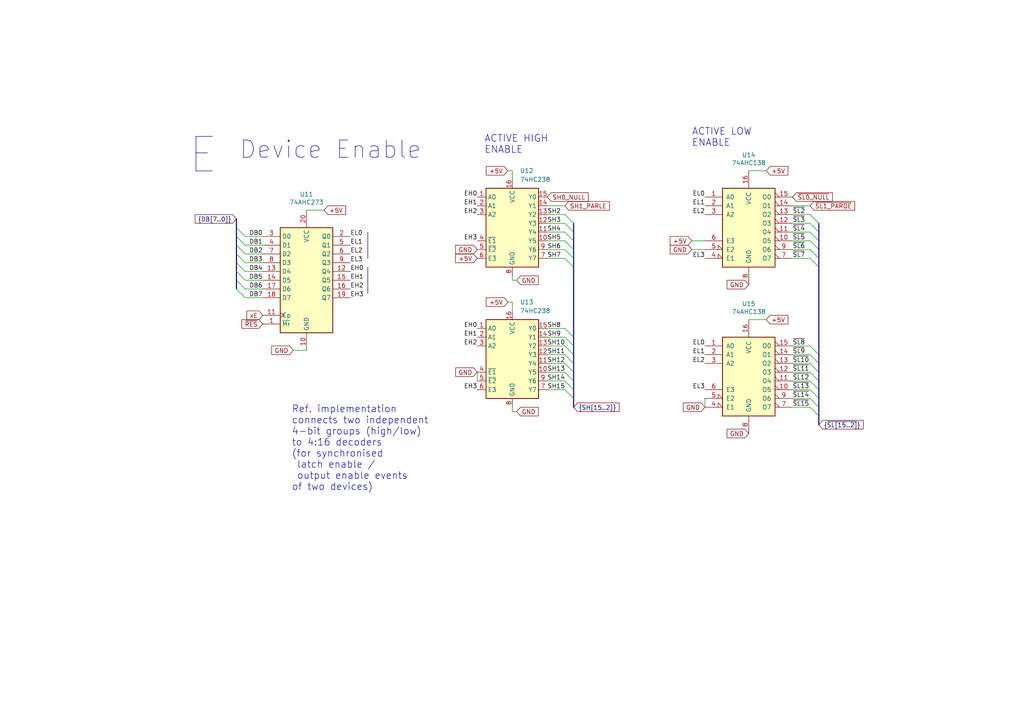
<source format=kicad_sch>
(kicad_sch (version 20231120) (generator "eeschema") (generator_version "8.0")
  (paper "A4")
  (title_block (title "Myth Microcontroller Project") (date "2024-09-19") (rev "1") (company "Picwok.com") (comment 1 "Project Contact: mim@ok-schalter.de (Michael)") (comment 2 "Author: Copyr. 2024 Michael Mangelsdorf/Dosflange@github") (comment 3 "Input-Output Module") (comment 4 "Enable Register"))
  (lib_symbols
    (symbol "74xx:74HC238"
      (property "Reference" "U" (at -7.62 13.97 0))
      (property "Value" "74HC238" (at 2.54 -11.43 0))
      (symbol "74HC238_0_1"
        (rectangle (start -7.62 12.7) (end 7.62 -10.16) (stroke (width 0.254)) (fill (type background)))
      )
      (symbol "74HC238_1_1"
        (pin input line (at -10.16 10.16 0) (length 2.54) (name "A0") (number "1"))
        (pin output line (at 10.16 -2.54 180) (length 2.54) (name "Y5") (number "10"))
        (pin output line (at 10.16 0 180) (length 2.54) (name "Y4") (number "11"))
        (pin output line (at 10.16 2.54 180) (length 2.54) (name "Y3") (number "12"))
        (pin output line (at 10.16 5.08 180) (length 2.54) (name "Y2") (number "13"))
        (pin output line (at 10.16 7.62 180) (length 2.54) (name "Y1") (number "14"))
        (pin output line (at 10.16 10.16 180) (length 2.54) (name "Y0") (number "15"))
        (pin power_in line (at 0 15.24 270) (length 2.54) (name "VCC") (number "16"))
        (pin input line (at -10.16 7.62 0) (length 2.54) (name "A1") (number "2"))
        (pin input line (at -10.16 5.08 0) (length 2.54) (name "A2") (number "3"))
        (pin input line (at -10.16 -2.54 0) (length 2.54) (name "~{E1}") (number "4"))
        (pin input line (at -10.16 -5.08 0) (length 2.54) (name "~{E2}") (number "5"))
        (pin input line (at -10.16 -7.62 0) (length 2.54) (name "E3") (number "6"))
        (pin output line (at 10.16 -7.62 180) (length 2.54) (name "Y7") (number "7"))
        (pin power_in line (at 0 -12.7 90) (length 2.54) (name "GND") (number "8"))
        (pin output line (at 10.16 -5.08 180) (length 2.54) (name "Y6") (number "9"))
      )
    )
    (symbol "74xx:74HC273"
      (property "Reference" "U" (at -7.62 16.51 0))
      (property "Value" "74HC273" (at -7.62 -16.51 0))
      (symbol "74HC273_1_0"
        (pin input line (at -12.7 -12.7 0) (length 5.08) (name "~{Mr}") (number "1"))
        (pin power_in line (at 0 -20.32 90) (length 5.08) (name "GND") (number "10"))
        (pin input clock (at -12.7 -10.16 0) (length 5.08) (name "Cp") (number "11"))
        (pin output line (at 12.7 2.54 180) (length 5.08) (name "Q4") (number "12"))
        (pin input line (at -12.7 2.54 0) (length 5.08) (name "D4") (number "13"))
        (pin input line (at -12.7 0 0) (length 5.08) (name "D5") (number "14"))
        (pin output line (at 12.7 0 180) (length 5.08) (name "Q5") (number "15"))
        (pin output line (at 12.7 -2.54 180) (length 5.08) (name "Q6") (number "16"))
        (pin input line (at -12.7 -2.54 0) (length 5.08) (name "D6") (number "17"))
        (pin input line (at -12.7 -5.08 0) (length 5.08) (name "D7") (number "18"))
        (pin output line (at 12.7 -5.08 180) (length 5.08) (name "Q7") (number "19"))
        (pin output line (at 12.7 12.7 180) (length 5.08) (name "Q0") (number "2"))
        (pin power_in line (at 0 20.32 270) (length 5.08) (name "VCC") (number "20"))
        (pin input line (at -12.7 12.7 0) (length 5.08) (name "D0") (number "3"))
        (pin input line (at -12.7 10.16 0) (length 5.08) (name "D1") (number "4"))
        (pin output line (at 12.7 10.16 180) (length 5.08) (name "Q1") (number "5"))
        (pin output line (at 12.7 7.62 180) (length 5.08) (name "Q2") (number "6"))
        (pin input line (at -12.7 7.62 0) (length 5.08) (name "D2") (number "7"))
        (pin input line (at -12.7 5.08 0) (length 5.08) (name "D3") (number "8"))
        (pin output line (at 12.7 5.08 180) (length 5.08) (name "Q3") (number "9"))
      )
      (symbol "74HC273_1_1"
        (rectangle (start -7.62 15.24) (end 7.62 -15.24) (stroke (width 0.254)) (fill (type background)))
      )
    )
    (symbol "74xx:74LS138" (pin_names (offset 1.016))
      (property "Reference" "U" (at -7.62 11.43 0))
      (property "Value" "74LS138" (at -7.62 -13.97 0))
      (symbol "74LS138_1_0"
        (pin input line (at -12.7 7.62 0) (length 5.08) (name "A0") (number "1"))
        (pin output output_low (at 12.7 -5.08 180) (length 5.08) (name "O5") (number "10"))
        (pin output output_low (at 12.7 -2.54 180) (length 5.08) (name "O4") (number "11"))
        (pin output output_low (at 12.7 0 180) (length 5.08) (name "O3") (number "12"))
        (pin output output_low (at 12.7 2.54 180) (length 5.08) (name "O2") (number "13"))
        (pin output output_low (at 12.7 5.08 180) (length 5.08) (name "O1") (number "14"))
        (pin output output_low (at 12.7 7.62 180) (length 5.08) (name "O0") (number "15"))
        (pin power_in line (at 0 15.24 270) (length 5.08) (name "VCC") (number "16"))
        (pin input line (at -12.7 5.08 0) (length 5.08) (name "A1") (number "2"))
        (pin input line (at -12.7 2.54 0) (length 5.08) (name "A2") (number "3"))
        (pin input input_low (at -12.7 -10.16 0) (length 5.08) (name "E1") (number "4"))
        (pin input input_low (at -12.7 -7.62 0) (length 5.08) (name "E2") (number "5"))
        (pin input line (at -12.7 -5.08 0) (length 5.08) (name "E3") (number "6"))
        (pin output output_low (at 12.7 -10.16 180) (length 5.08) (name "O7") (number "7"))
        (pin power_in line (at 0 -17.78 90) (length 5.08) (name "GND") (number "8"))
        (pin output output_low (at 12.7 -7.62 180) (length 5.08) (name "O6") (number "9"))
      )
      (symbol "74LS138_1_1"
        (rectangle (start -7.62 10.16) (end 7.62 -12.7) (stroke (width 0.254)) (fill (type background)))
      )
    )
  )
  (bus_entry (at 163.83 102.87) (size 2.54 2.54))
  (bus_entry (at 163.83 67.31) (size 2.54 2.54))
  (bus_entry (at 163.83 74.93) (size 2.54 2.54))
  (bus_entry (at 71.12 73.66) (size -2.54 -2.54))
  (bus_entry (at 71.12 76.2) (size -2.54 -2.54))
  (bus_entry (at 163.83 72.39) (size 2.54 2.54))
  (bus_entry (at 163.83 107.95) (size 2.54 2.54))
  (bus_entry (at 234.95 72.39) (size 2.54 2.54))
  (bus_entry (at 234.95 64.77) (size 2.54 2.54))
  (bus_entry (at 234.95 69.85) (size 2.54 2.54))
  (bus_entry (at 234.95 102.87) (size 2.54 2.54))
  (bus_entry (at 163.83 105.41) (size 2.54 2.54))
  (bus_entry (at 71.12 68.58) (size -2.54 -2.54))
  (bus_entry (at 163.83 110.49) (size 2.54 2.54))
  (bus_entry (at 163.83 100.33) (size 2.54 2.54))
  (bus_entry (at 234.95 105.41) (size 2.54 2.54))
  (bus_entry (at 163.83 95.25) (size 2.54 2.54))
  (bus_entry (at 163.83 64.77) (size 2.54 2.54))
  (bus_entry (at 163.83 113.03) (size 2.54 2.54))
  (bus_entry (at 71.12 86.36) (size -2.54 -2.54))
  (bus_entry (at 71.12 78.74) (size -2.54 -2.54))
  (bus_entry (at 71.12 81.28) (size -2.54 -2.54))
  (bus_entry (at 234.95 113.03) (size 2.54 2.54))
  (bus_entry (at 234.95 100.33) (size 2.54 2.54))
  (bus_entry (at 234.95 67.31) (size 2.54 2.54))
  (bus_entry (at 234.95 107.95) (size 2.54 2.54))
  (bus_entry (at 234.95 74.93) (size 2.54 2.54))
  (bus_entry (at 234.95 110.49) (size 2.54 2.54))
  (bus_entry (at 234.95 115.57) (size 2.54 2.54))
  (bus_entry (at 234.95 118.11) (size 2.54 2.54))
  (bus_entry (at 71.12 71.12) (size -2.54 -2.54))
  (bus_entry (at 163.83 97.79) (size 2.54 2.54))
  (bus_entry (at 71.12 83.82) (size -2.54 -2.54))
  (bus_entry (at 234.95 62.23) (size 2.54 2.54))
  (bus_entry (at 163.83 62.23) (size 2.54 2.54))
  (bus_entry (at 163.83 69.85) (size 2.54 2.54))
  (wire (pts (xy 148.59 119.38) (xy 149.86 119.38)))
  (wire (pts (xy 217.17 92.71) (xy 222.25 92.71)))
  (bus (pts (xy 237.49 74.93) (xy 237.49 72.39)))
  (bus (pts (xy 237.49 113.03) (xy 237.49 110.49)))
  (wire (pts (xy 234.95 115.57) (xy 229.87 115.57)))
  (bus (pts (xy 166.37 77.47) (xy 166.37 97.79)))
  (bus (pts (xy 237.49 64.77) (xy 237.49 67.31)))
  (wire (pts (xy 204.47 115.57) (xy 204.47 118.11)))
  (wire (pts (xy 71.12 73.66) (xy 76.2 73.66)))
  (bus (pts (xy 68.58 66.04) (xy 68.58 68.58)))
  (wire (pts (xy 163.83 105.41) (xy 158.75 105.41)))
  (wire (pts (xy 163.83 100.33) (xy 158.75 100.33)))
  (wire (pts (xy 234.95 67.31) (xy 229.87 67.31)))
  (bus (pts (xy 68.58 78.74) (xy 68.58 81.28)))
  (wire (pts (xy 217.17 49.53) (xy 222.25 49.53)))
  (bus (pts (xy 237.49 118.11) (xy 237.49 115.57)))
  (bus (pts (xy 166.37 102.87) (xy 166.37 100.33)))
  (wire (pts (xy 234.95 64.77) (xy 229.87 64.77)))
  (wire (pts (xy 163.83 64.77) (xy 158.75 64.77)))
  (wire (pts (xy 234.95 110.49) (xy 229.87 110.49)))
  (wire (pts (xy 163.83 67.31) (xy 158.75 67.31)))
  (wire (pts (xy 229.87 59.69) (xy 234.95 59.69)))
  (wire (pts (xy 163.83 110.49) (xy 158.75 110.49)))
  (bus (pts (xy 237.49 115.57) (xy 237.49 113.03)))
  (bus (pts (xy 166.37 100.33) (xy 166.37 97.79)))
  (wire (pts (xy 234.95 72.39) (xy 229.87 72.39)))
  (wire (pts (xy 71.12 86.36) (xy 76.2 86.36)))
  (bus (pts (xy 237.49 110.49) (xy 237.49 107.95)))
  (bus (pts (xy 166.37 74.93) (xy 166.37 72.39)))
  (wire (pts (xy 234.95 118.11) (xy 229.87 118.11)))
  (bus (pts (xy 68.58 76.2) (xy 68.58 78.74)))
  (bus (pts (xy 166.37 105.41) (xy 166.37 102.87)))
  (bus (pts (xy 237.49 77.47) (xy 237.49 74.93)))
  (wire (pts (xy 234.95 107.95) (xy 229.87 107.95)))
  (bus (pts (xy 166.37 107.95) (xy 166.37 105.41)))
  (wire (pts (xy 163.83 107.95) (xy 158.75 107.95)))
  (polyline (pts (xy 106.68 67.31) (xy 106.68 74.93)))
  (bus (pts (xy 237.49 107.95) (xy 237.49 105.41)))
  (wire (pts (xy 71.12 76.2) (xy 76.2 76.2)))
  (wire (pts (xy 147.32 87.63) (xy 148.59 87.63)))
  (wire (pts (xy 163.83 69.85) (xy 158.75 69.85)))
  (wire (pts (xy 234.95 69.85) (xy 229.87 69.85)))
  (wire (pts (xy 148.59 81.28) (xy 149.86 81.28)))
  (wire (pts (xy 234.95 102.87) (xy 229.87 102.87)))
  (wire (pts (xy 200.66 69.85) (xy 204.47 69.85)))
  (bus (pts (xy 166.37 113.03) (xy 166.37 110.49)))
  (wire (pts (xy 148.59 80.01) (xy 148.59 81.28)))
  (polyline (pts (xy 106.68 77.47) (xy 106.68 85.09)))
  (wire (pts (xy 163.83 102.87) (xy 158.75 102.87)))
  (wire (pts (xy 71.12 71.12) (xy 76.2 71.12)))
  (wire (pts (xy 200.66 72.39) (xy 204.47 72.39)))
  (wire (pts (xy 88.9 60.96) (xy 93.98 60.96)))
  (wire (pts (xy 138.43 107.95) (xy 138.43 110.49)))
  (wire (pts (xy 234.95 62.23) (xy 229.87 62.23)))
  (wire (pts (xy 148.59 87.63) (xy 148.59 90.17)))
  (wire (pts (xy 163.83 95.25) (xy 158.75 95.25)))
  (wire (pts (xy 163.83 74.93) (xy 158.75 74.93)))
  (wire (pts (xy 234.95 74.93) (xy 229.87 74.93)))
  (wire (pts (xy 71.12 78.74) (xy 76.2 78.74)))
  (wire (pts (xy 148.59 49.53) (xy 148.59 52.07)))
  (bus (pts (xy 237.49 77.47) (xy 237.49 102.87)))
  (wire (pts (xy 234.95 113.03) (xy 229.87 113.03)))
  (bus (pts (xy 237.49 105.41) (xy 237.49 102.87)))
  (bus (pts (xy 237.49 123.19) (xy 237.49 120.65)))
  (wire (pts (xy 147.32 49.53) (xy 148.59 49.53)))
  (bus (pts (xy 68.58 71.12) (xy 68.58 73.66)))
  (wire (pts (xy 163.83 113.03) (xy 158.75 113.03)))
  (wire (pts (xy 71.12 68.58) (xy 76.2 68.58)))
  (bus (pts (xy 68.58 81.28) (xy 68.58 83.82)))
  (wire (pts (xy 71.12 81.28) (xy 76.2 81.28)))
  (bus (pts (xy 166.37 69.85) (xy 166.37 67.31)))
  (bus (pts (xy 166.37 74.93) (xy 166.37 77.47)))
  (bus (pts (xy 166.37 115.57) (xy 166.37 113.03)))
  (bus (pts (xy 166.37 72.39) (xy 166.37 69.85)))
  (wire (pts (xy 158.75 59.69) (xy 163.83 59.69)))
  (wire (pts (xy 163.83 97.79) (xy 158.75 97.79)))
  (bus (pts (xy 68.58 63.5) (xy 68.58 66.04)))
  (wire (pts (xy 148.59 118.11) (xy 148.59 119.38)))
  (wire (pts (xy 234.95 100.33) (xy 229.87 100.33)))
  (wire (pts (xy 163.83 62.23) (xy 158.75 62.23)))
  (wire (pts (xy 85.09 101.6) (xy 88.9 101.6)))
  (bus (pts (xy 68.58 73.66) (xy 68.58 76.2)))
  (bus (pts (xy 237.49 120.65) (xy 237.49 118.11)))
  (wire (pts (xy 163.83 72.39) (xy 158.75 72.39)))
  (bus (pts (xy 237.49 72.39) (xy 237.49 69.85)))
  (bus (pts (xy 166.37 67.31) (xy 166.37 64.77)))
  (wire (pts (xy 234.95 105.41) (xy 229.87 105.41)))
  (bus (pts (xy 166.37 118.11) (xy 166.37 115.57)))
  (bus (pts (xy 68.58 68.58) (xy 68.58 71.12)))
  (bus (pts (xy 166.37 110.49) (xy 166.37 107.95)))
  (wire (pts (xy 71.12 83.82) (xy 76.2 83.82)))
  (bus (pts (xy 237.49 67.31) (xy 237.49 69.85)))
  (text "ACTIVE LOW\nENABLE" (at 200.66 42.672 0) (effects (font (size 2 2)) (justify left bottom)))
  (text "Ref. implementation\nconnects two independent\n4-bit groups (high/low)\nto 4:16 decoders\n(for synchronised\n latch enable /\n output enable events\nof two devices)" (at 84.582 142.494 0) (effects (font (size 2 2)) (justify left bottom)))
  (text "E" (at 54.356 51.054 0) (effects (font (size 10 10)) (justify left bottom)))
  (text "Device Enable" (at 69.342 46.482 0) (effects (font (size 5 5)) (justify left bottom)))
  (text "ACTIVE HIGH\nENABLE" (at 140.462 44.704 0) (effects (font (size 2 2)) (justify left bottom)))
  (label "SH13" (at 158.75 107.95 0))
  (label "DB5" (at 76.2 81.28 180))
  (label "EH1" (at 138.43 97.79 180))
  (label "~{SL12}" (at 229.87 110.49 0))
  (label "EL2" (at 101.6 73.66 0))
  (label "~{SL5}" (at 229.87 69.85 0))
  (label "EH0" (at 138.43 95.25 180))
  (label "SH10" (at 158.75 100.33 0))
  (label "EL0" (at 204.47 100.33 180))
  (label "DB6" (at 76.2 83.82 180))
  (label "DB7" (at 76.2 86.36 180))
  (label "~{SL9}" (at 229.87 102.87 0))
  (label "EH2" (at 101.6 83.82 0))
  (label "DB1" (at 76.2 71.12 180))
  (label "SH11" (at 158.75 102.87 0))
  (label "DB3" (at 76.2 76.2 180))
  (label "EH3" (at 138.43 113.03 180))
  (label "SH9" (at 158.75 97.79 0))
  (label "EL3" (at 101.6 76.2 0))
  (label "EH2" (at 138.43 100.33 180))
  (label "EH0" (at 138.43 57.15 180))
  (label "EH3" (at 101.6 86.36 0))
  (label "EH1" (at 101.6 81.28 0))
  (label "~{SL3}" (at 229.87 64.77 0))
  (label "~{SL7}" (at 229.87 74.93 0))
  (label "DB2" (at 76.2 73.66 180))
  (label "EL1" (at 204.47 59.69 180))
  (label "~{SL10}" (at 229.87 105.41 0))
  (label "~{SL15}" (at 229.87 118.11 0))
  (label "EH3" (at 138.43 69.85 180))
  (label "SH15" (at 158.75 113.03 0))
  (label "EL3" (at 204.47 74.93 180))
  (label "SH4" (at 158.75 67.31 0))
  (label "SH12" (at 158.75 105.41 0))
  (label "SH14" (at 158.75 110.49 0))
  (label "EL0" (at 101.6 68.58 0))
  (label "EL3" (at 204.47 113.03 180))
  (label "SH6" (at 158.75 72.39 0))
  (label "~{SL8}" (at 229.87 100.33 0))
  (label "EL0" (at 204.47 57.15 180))
  (label "~{SL6}" (at 229.87 72.39 0))
  (label "EH1" (at 138.43 59.69 180))
  (label "EL1" (at 204.47 102.87 180))
  (label "EH0" (at 101.6 78.74 0))
  (label "~{SL14}" (at 229.87 115.57 0))
  (label "DB4" (at 76.2 78.74 180))
  (label "EH2" (at 138.43 62.23 180))
  (label "SH7" (at 158.75 74.93 0))
  (label "SH2" (at 158.75 62.23 0))
  (label "~{SL4}" (at 229.87 67.31 0))
  (label "SH3" (at 158.75 64.77 0))
  (label "~{SL2}" (at 229.87 62.23 0))
  (label "EL1" (at 101.6 71.12 0))
  (label "~{SL11}" (at 229.87 107.95 0))
  (label "SH8" (at 158.75 95.25 0))
  (label "~{SL13}" (at 229.87 113.03 0))
  (label "EL2" (at 204.47 62.23 180))
  (label "EL2" (at 204.47 105.41 180))
  (label "DB0" (at 76.2 68.58 180))
  (label "SH5" (at 158.75 69.85 0))
  (global_label "GND" (shape input) (at 138.43 72.39 180) (property "Intersheetrefs" "${INTERSHEET_REFS}" (effects (hide yes))))
  (global_label "GND" (shape input) (at 200.66 72.39 180) (property "Intersheetrefs" "${INTERSHEET_REFS}" (effects (hide yes))))
  (global_label "GND" (shape input) (at 149.86 119.38 0) (property "Intersheetrefs" "${INTERSHEET_REFS}" (effects (hide yes))))
  (global_label "{DB[7..0]}" (shape input) (at 68.58 63.5 180) (property "Intersheetrefs" "${INTERSHEET_REFS}" (effects (hide yes))))
  (global_label "+5V" (shape input) (at 138.43 74.93 180) (property "Intersheetrefs" "${INTERSHEET_REFS}" (effects (hide yes))))
  (global_label "+5V" (shape input) (at 147.32 87.63 180) (property "Intersheetrefs" "${INTERSHEET_REFS}" (effects (hide yes))))
  (global_label "~{SL0_NULL}" (shape input) (at 229.87 57.15 0) (property "Intersheetrefs" "${INTERSHEET_REFS}" (effects (hide yes))))
  (global_label "+5V" (shape input) (at 93.98 60.96 0) (property "Intersheetrefs" "${INTERSHEET_REFS}" (effects (hide yes))))
  (global_label "GND" (shape input) (at 138.43 107.95 180) (property "Intersheetrefs" "${INTERSHEET_REFS}" (effects (hide yes))))
  (global_label "{SH[15..2]}" (shape input) (at 166.37 118.11 0) (property "Intersheetrefs" "${INTERSHEET_REFS}" (effects (hide yes))))
  (global_label "{~{SL[15..2]}}" (shape input) (at 237.49 123.19 0) (property "Intersheetrefs" "${INTERSHEET_REFS}" (effects (hide yes))))
  (global_label "+5V" (shape input) (at 200.66 69.85 180) (property "Intersheetrefs" "${INTERSHEET_REFS}" (effects (hide yes))))
  (global_label "GND" (shape input) (at 217.17 82.55 180) (property "Intersheetrefs" "${INTERSHEET_REFS}" (effects (hide yes))))
  (global_label "xE" (shape input) (at 76.2 91.44 180) (property "Intersheetrefs" "${INTERSHEET_REFS}" (effects (hide yes))))
  (global_label "GND" (shape input) (at 217.17 125.73 180) (property "Intersheetrefs" "${INTERSHEET_REFS}" (effects (hide yes))))
  (global_label "~{RES}" (shape input) (at 76.2 93.98 180) (property "Intersheetrefs" "${INTERSHEET_REFS}" (effects (hide yes))))
  (global_label "+5V" (shape input) (at 222.25 92.71 0) (property "Intersheetrefs" "${INTERSHEET_REFS}" (effects (hide yes))))
  (global_label "SH0_NULL" (shape input) (at 158.75 57.15 0) (property "Intersheetrefs" "${INTERSHEET_REFS}" (effects (hide yes))))
  (global_label "SH1_PARLE" (shape input) (at 163.83 59.69 0) (property "Intersheetrefs" "${INTERSHEET_REFS}" (effects (hide yes))))
  (global_label "GND" (shape input) (at 149.86 81.28 0) (property "Intersheetrefs" "${INTERSHEET_REFS}" (effects (hide yes))))
  (global_label "GND" (shape input) (at 85.09 101.6 180) (property "Intersheetrefs" "${INTERSHEET_REFS}" (effects (hide yes))))
  (global_label "GND" (shape input) (at 204.47 118.11 180) (property "Intersheetrefs" "${INTERSHEET_REFS}" (effects (hide yes))))
  (global_label "+5V" (shape input) (at 147.32 49.53 180) (property "Intersheetrefs" "${INTERSHEET_REFS}" (effects (hide yes))))
  (global_label "+5V" (shape input) (at 222.25 49.53 0) (property "Intersheetrefs" "${INTERSHEET_REFS}" (effects (hide yes))))
  (global_label "~{SL1_PAROE}" (shape input) (at 234.95 59.69 0) (property "Intersheetrefs" "${INTERSHEET_REFS}" (effects (hide yes))))
  (symbol (lib_id "74xx:74HC238") (at 148.59 105.41 0) (unit 1)
    (property "Reference" "U13" (at 150.7841 87.63 0) (effects (justify left)))
    (property "Value" "74HC238" (at 150.7841 90.17 0) (effects (justify left)))
    (property "Footprint" "Package_DIP:DIP-16_W7.62mm_Socket_LongPads" (effects (hide yes)))
    (property "Datasheet" "https://www.ti.com/lit/ds/symlink/cd74hc238.pdf" (effects (hide yes)))
    (property "Description" "3-to-8 line decoder/multiplexer, DIP-16/SOIC-16/SSOP-16" (effects (hide yes)))
  )
  (symbol (lib_id "74xx:74LS138") (at 217.17 64.77 0) (unit 1)
    (property "Reference" "U14" (at 217.17 44.9326 0))
    (property "Value" "74AHC138" (at 217.17 47.244 0))
    (property "Footprint" "Package_DIP:DIP-16_W7.62mm_Socket_LongPads" (effects (hide yes)))
    (property "Datasheet" "http://www.ti.com/lit/gpn/sn74LS138" (effects (hide yes)))
  )
  (symbol (lib_id "74xx:74HC273") (at 88.9 81.28 0) (unit 1)
    (property "Reference" "U11" (at 88.9 56.3626 0))
    (property "Value" "74AHC273" (at 88.9 58.674 0))
    (property "Footprint" "Package_DIP:DIP-20_W7.62mm_Socket_LongPads" (effects (hide yes)))
    (property "Datasheet" "https://assets.nexperia.com/documents/data-sheet/74HC_HCT273.pdf" (effects (hide yes)))
  )
  (symbol (lib_id "74xx:74HC238") (at 148.59 67.31 0) (unit 1)
    (property "Reference" "U12" (at 150.7841 49.53 0) (effects (justify left)))
    (property "Value" "74HC238" (at 150.7841 52.07 0) (effects (justify left)))
    (property "Footprint" "Package_DIP:DIP-16_W7.62mm_Socket_LongPads" (effects (hide yes)))
    (property "Datasheet" "https://www.ti.com/lit/ds/symlink/cd74hc238.pdf" (effects (hide yes)))
    (property "Description" "3-to-8 line decoder/multiplexer, DIP-16/SOIC-16/SSOP-16" (effects (hide yes)))
  )
  (symbol (lib_id "74xx:74LS138") (at 217.17 107.95 0) (unit 1)
    (property "Reference" "U15" (at 217.17 88.1126 0))
    (property "Value" "74AHC138" (at 217.17 90.424 0))
    (property "Footprint" "Package_DIP:DIP-16_W7.62mm_Socket_LongPads" (effects (hide yes)))
    (property "Datasheet" "http://www.ti.com/lit/gpn/sn74LS138" (effects (hide yes)))
  )
)
</source>
